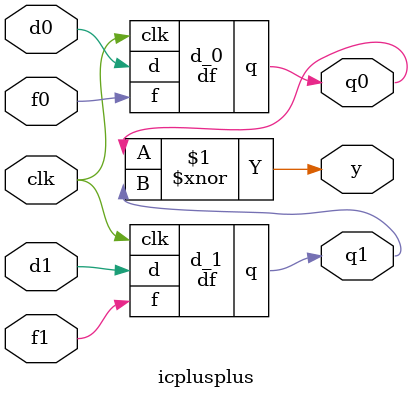
<source format=v>
`timescale 1ns / 1ps

module df(
    input d,
    input f,
    input clk,
    output reg q
    );
    
    initial begin
        q = 0;
    end
	
    // write your code here
	 always@(posedge clk)
	 
	 begin
	 if(d==1'b0 && f==1'b0)
	 q = 1;
	 else if(d==1'b0 && f==1'b1)
	 q = q;
	 else if(d==1'b1 && f==1'b0)
	 q = 0;
	 else
	 q = ~q;
	 end


endmodule

module icplusplus(input d0, input f0, input d1, input f1, input clk, output q0, output q1, output y);

df d_0(d0, f0, clk, q0);
df d_1(d1, f1, clk, q1);
assign y = q0 ~^ q1;

endmodule



</source>
